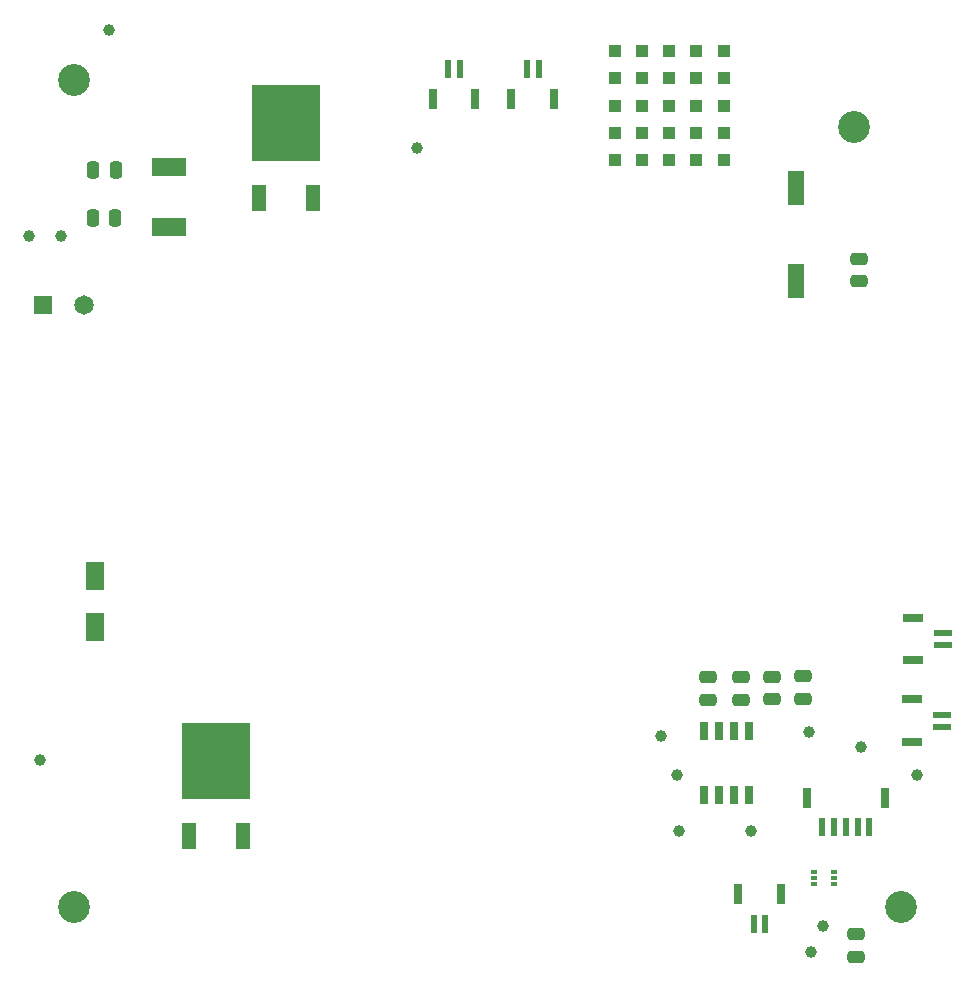
<source format=gbr>
%TF.GenerationSoftware,KiCad,Pcbnew,(6.0.1)*%
%TF.CreationDate,2024-01-14T12:42:03-05:00*%
%TF.ProjectId,PCB POWER,50434220-504f-4574-9552-2e6b69636164,rev?*%
%TF.SameCoordinates,Original*%
%TF.FileFunction,Soldermask,Top*%
%TF.FilePolarity,Negative*%
%FSLAX46Y46*%
G04 Gerber Fmt 4.6, Leading zero omitted, Abs format (unit mm)*
G04 Created by KiCad (PCBNEW (6.0.1)) date 2024-01-14 12:42:03*
%MOMM*%
%LPD*%
G01*
G04 APERTURE LIST*
G04 Aperture macros list*
%AMRoundRect*
0 Rectangle with rounded corners*
0 $1 Rounding radius*
0 $2 $3 $4 $5 $6 $7 $8 $9 X,Y pos of 4 corners*
0 Add a 4 corners polygon primitive as box body*
4,1,4,$2,$3,$4,$5,$6,$7,$8,$9,$2,$3,0*
0 Add four circle primitives for the rounded corners*
1,1,$1+$1,$2,$3*
1,1,$1+$1,$4,$5*
1,1,$1+$1,$6,$7*
1,1,$1+$1,$8,$9*
0 Add four rect primitives between the rounded corners*
20,1,$1+$1,$2,$3,$4,$5,0*
20,1,$1+$1,$4,$5,$6,$7,0*
20,1,$1+$1,$6,$7,$8,$9,0*
20,1,$1+$1,$8,$9,$2,$3,0*%
G04 Aperture macros list end*
%ADD10RoundRect,0.250000X-0.250000X-0.475000X0.250000X-0.475000X0.250000X0.475000X-0.250000X0.475000X0*%
%ADD11C,1.000000*%
%ADD12RoundRect,0.250000X-0.475000X0.250000X-0.475000X-0.250000X0.475000X-0.250000X0.475000X0.250000X0*%
%ADD13RoundRect,0.250000X0.475000X-0.250000X0.475000X0.250000X-0.475000X0.250000X-0.475000X-0.250000X0*%
%ADD14R,0.475000X0.300000*%
%ADD15R,1.550000X0.600000*%
%ADD16R,1.800000X0.800000*%
%ADD17C,2.700000*%
%ADD18R,0.650000X1.525000*%
%ADD19R,0.600000X1.550000*%
%ADD20R,0.800000X1.800000*%
%ADD21R,1.200000X2.200000*%
%ADD22R,5.800000X6.400000*%
%ADD23R,1.470000X3.000000*%
%ADD24R,1.650000X1.650000*%
%ADD25C,1.650000*%
%ADD26R,1.060000X1.060000*%
%ADD27R,1.550000X2.350000*%
%ADD28R,3.000000X1.650000*%
G04 APERTURE END LIST*
D10*
%TO.C,C2*%
X66560000Y-76710000D03*
X68460000Y-76710000D03*
%TD*%
D11*
%TO.C,TP6*%
X63830000Y-78250000D03*
%TD*%
D12*
%TO.C,C8*%
X131420000Y-80150000D03*
X131420000Y-82050000D03*
%TD*%
D11*
%TO.C,TP3*%
X116210000Y-128630000D03*
%TD*%
D13*
%TO.C,C5*%
X124090000Y-117450000D03*
X124090000Y-115550000D03*
%TD*%
D11*
%TO.C,TP7*%
X128410000Y-136620000D03*
%TD*%
D14*
%TO.C,IC1*%
X127652000Y-132070000D03*
X127652000Y-132570000D03*
X127652000Y-133070000D03*
X129328000Y-133070000D03*
X129328000Y-132570000D03*
X129328000Y-132070000D03*
%TD*%
D15*
%TO.C,J7*%
X138440000Y-119760000D03*
X138440000Y-118760000D03*
D16*
X135915000Y-121060000D03*
X135915000Y-117460000D03*
%TD*%
D17*
%TO.C,H3*%
X130990000Y-69000000D03*
%TD*%
D18*
%TO.C,U1*%
X118295000Y-125552000D03*
X119565000Y-125552000D03*
X120835000Y-125552000D03*
X122105000Y-125552000D03*
X122105000Y-120128000D03*
X120835000Y-120128000D03*
X119565000Y-120128000D03*
X118295000Y-120128000D03*
%TD*%
D11*
%TO.C,TP14*%
X116050000Y-123870000D03*
%TD*%
D19*
%TO.C,J3*%
X97630000Y-64100000D03*
X96630000Y-64100000D03*
D20*
X98930000Y-66625000D03*
X95330000Y-66625000D03*
%TD*%
D15*
%TO.C,J4*%
X138520000Y-112830000D03*
X138520000Y-111830000D03*
D16*
X135995000Y-114130000D03*
X135995000Y-110530000D03*
%TD*%
D21*
%TO.C,Q2*%
X80620000Y-74970000D03*
D22*
X82900000Y-68670000D03*
D21*
X85180000Y-74970000D03*
%TD*%
D11*
%TO.C,TP5*%
X61160000Y-78220000D03*
%TD*%
D21*
%TO.C,Q1*%
X74690000Y-129000000D03*
D22*
X76970000Y-122700000D03*
D21*
X79250000Y-129000000D03*
%TD*%
D23*
%TO.C,U4*%
X126130000Y-82060000D03*
X126130000Y-74160000D03*
%TD*%
D19*
%TO.C,J5*%
X128310000Y-128295000D03*
X129310000Y-128295000D03*
X130310000Y-128295000D03*
X131310000Y-128295000D03*
X132310000Y-128295000D03*
D20*
X127010000Y-125770000D03*
X133610000Y-125770000D03*
%TD*%
D19*
%TO.C,J6*%
X104300000Y-64070000D03*
X103300000Y-64070000D03*
D20*
X105600000Y-66595000D03*
X102000000Y-66595000D03*
%TD*%
D11*
%TO.C,TP11*%
X62090000Y-122610000D03*
%TD*%
D17*
%TO.C,H1*%
X64990000Y-135000000D03*
%TD*%
D13*
%TO.C,C7*%
X126690000Y-117400000D03*
X126690000Y-115500000D03*
%TD*%
D11*
%TO.C,TP4*%
X131620000Y-121510000D03*
%TD*%
D17*
%TO.C,H2*%
X64990000Y-65000000D03*
%TD*%
D11*
%TO.C,TP2*%
X122310000Y-128630000D03*
%TD*%
D24*
%TO.C,J1*%
X62305000Y-84095000D03*
D25*
X65805000Y-84095000D03*
%TD*%
D19*
%TO.C,J2*%
X122500000Y-136470000D03*
X123500000Y-136470000D03*
D20*
X121200000Y-133945000D03*
X124800000Y-133945000D03*
%TD*%
D26*
%TO.C,U3*%
X110790000Y-62590000D03*
X113080000Y-62590000D03*
X115370000Y-62590000D03*
X117660000Y-62590000D03*
X119950000Y-62590000D03*
X110790000Y-64880000D03*
X113080000Y-64880000D03*
X115370000Y-64880000D03*
X117660000Y-64880000D03*
X119950000Y-64880000D03*
X110790000Y-67170000D03*
X113080000Y-67170000D03*
X115370000Y-67170000D03*
X117660000Y-67170000D03*
X119950000Y-67170000D03*
X110790000Y-69460000D03*
X113080000Y-69460000D03*
X115370000Y-69460000D03*
X117660000Y-69460000D03*
X119950000Y-69460000D03*
X110790000Y-71750000D03*
X113080000Y-71750000D03*
X115370000Y-71750000D03*
X117660000Y-71750000D03*
X119950000Y-71750000D03*
%TD*%
D10*
%TO.C,C4*%
X66590000Y-72650000D03*
X68490000Y-72650000D03*
%TD*%
D11*
%TO.C,TP13*%
X94020000Y-70730000D03*
%TD*%
D13*
%TO.C,C6*%
X118630000Y-117490000D03*
X118630000Y-115590000D03*
%TD*%
D11*
%TO.C,TP8*%
X136340000Y-123830000D03*
%TD*%
D27*
%TO.C,D1*%
X66740000Y-111330000D03*
X66740000Y-107030000D03*
%TD*%
D28*
%TO.C,U2*%
X73040000Y-77440000D03*
X73040000Y-72340000D03*
%TD*%
D13*
%TO.C,C1*%
X131150000Y-139230000D03*
X131150000Y-137330000D03*
%TD*%
D11*
%TO.C,TP10*%
X114700000Y-120510000D03*
%TD*%
D17*
%TO.C,H4*%
X134990000Y-135000000D03*
%TD*%
D11*
%TO.C,TP9*%
X67920000Y-60740000D03*
%TD*%
%TO.C,TP1*%
X127360000Y-138800000D03*
%TD*%
D13*
%TO.C,C3*%
X121450000Y-117470000D03*
X121450000Y-115570000D03*
%TD*%
D11*
%TO.C,TP12*%
X127180000Y-120230000D03*
%TD*%
M02*

</source>
